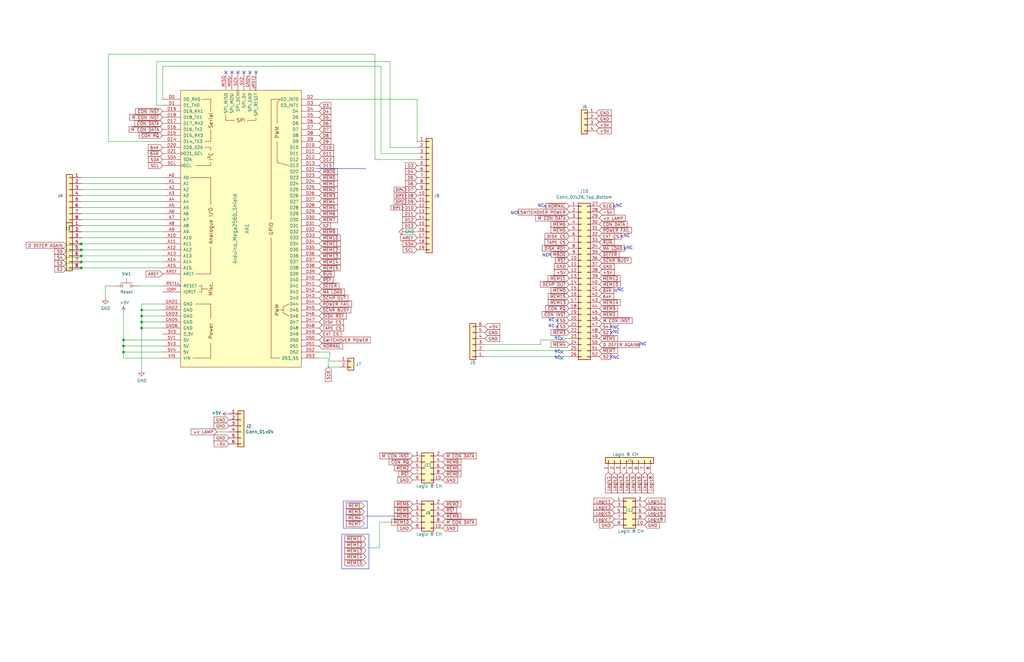
<source format=kicad_sch>
(kicad_sch (version 20230121) (generator eeschema)
  (paper "User" 431.8 279.4)
  (lib_symbols
    (symbol "Connector_Generic:Conn_01x02" (pin_names (offset 1.016) hide)
      (property "Reference" "J" (at 0 2.54 0))
      (property "Value" "Conn_01x02" (at 0 -5.08 0))
      (symbol "Conn_01x02_1_1"
        (pin passive line (at -5.08 0 0) (length 3.81) (name "Pin_1") (number "1"))
        (pin passive line (at -5.08 -2.54 0) (length 3.81) (name "Pin_2") (number "2"))
      )
    )
    (symbol "Connector_Generic:Conn_01x04" (pin_names (offset 1.016) hide)
      (property "Reference" "J" (at 0 5.08 0))
      (property "Value" "Conn_01x04" (at 0 -7.62 0))
      (symbol "Conn_01x04_1_1"
        (pin passive line (at -5.08 2.54 0) (length 3.81) (name "Pin_1") (number "1"))
        (pin passive line (at -5.08 0 0) (length 3.81) (name "Pin_2") (number "2"))
        (pin passive line (at -5.08 -2.54 0) (length 3.81) (name "Pin_3") (number "3"))
        (pin passive line (at -5.08 -5.08 0) (length 3.81) (name "Pin_4") (number "4"))
      )
    )
    (symbol "Connector_Generic:Conn_01x06" (pin_names (offset 1.016) hide)
      (property "Reference" "J" (at 0 7.62 0))
      (property "Value" "Conn_01x06" (at 0 -10.16 0))
      (symbol "Conn_01x06_1_1"
        (pin passive line (at -5.08 5.08 0) (length 3.81) (name "Pin_1") (number "1"))
        (pin passive line (at -5.08 2.54 0) (length 3.81) (name "Pin_2") (number "2"))
        (pin passive line (at -5.08 0 0) (length 3.81) (name "Pin_3") (number "3"))
        (pin passive line (at -5.08 -2.54 0) (length 3.81) (name "Pin_4") (number "4"))
        (pin passive line (at -5.08 -5.08 0) (length 3.81) (name "Pin_5") (number "5"))
        (pin passive line (at -5.08 -7.62 0) (length 3.81) (name "Pin_6") (number "6"))
      )
    )
    (symbol "Connector_Generic:Conn_01x08" (pin_names (offset 1.016) hide)
      (property "Reference" "J" (at 0 10.16 0))
      (property "Value" "Conn_01x08" (at 0 -12.7 0))
      (symbol "Conn_01x08_1_1"
        (pin passive line (at -5.08 7.62 0) (length 3.81) (name "Pin_1") (number "1"))
        (pin passive line (at -5.08 5.08 0) (length 3.81) (name "Pin_2") (number "2"))
        (pin passive line (at -5.08 2.54 0) (length 3.81) (name "Pin_3") (number "3"))
        (pin passive line (at -5.08 0 0) (length 3.81) (name "Pin_4") (number "4"))
        (pin passive line (at -5.08 -2.54 0) (length 3.81) (name "Pin_5") (number "5"))
        (pin passive line (at -5.08 -5.08 0) (length 3.81) (name "Pin_6") (number "6"))
        (pin passive line (at -5.08 -7.62 0) (length 3.81) (name "Pin_7") (number "7"))
        (pin passive line (at -5.08 -10.16 0) (length 3.81) (name "Pin_8") (number "8"))
      )
    )
    (symbol "Connector_Generic:Conn_01x19" (pin_names (offset 1.016) hide)
      (property "Reference" "J" (at 0 25.4 0))
      (property "Value" "Conn_01x19" (at 0 -25.4 0))
      (symbol "Conn_01x19_1_1"
        (pin passive line (at -5.08 22.86 0) (length 3.81) (name "Pin_1") (number "1"))
        (pin passive line (at -5.08 0 0) (length 3.81) (name "Pin_10") (number "10"))
        (pin passive line (at -5.08 -2.54 0) (length 3.81) (name "Pin_11") (number "11"))
        (pin passive line (at -5.08 -5.08 0) (length 3.81) (name "Pin_12") (number "12"))
        (pin passive line (at -5.08 -7.62 0) (length 3.81) (name "Pin_13") (number "13"))
        (pin passive line (at -5.08 -10.16 0) (length 3.81) (name "Pin_14") (number "14"))
        (pin passive line (at -5.08 -12.7 0) (length 3.81) (name "Pin_15") (number "15"))
        (pin passive line (at -5.08 -15.24 0) (length 3.81) (name "Pin_16") (number "16"))
        (pin passive line (at -5.08 -17.78 0) (length 3.81) (name "Pin_17") (number "17"))
        (pin passive line (at -5.08 -20.32 0) (length 3.81) (name "Pin_18") (number "18"))
        (pin passive line (at -5.08 -22.86 0) (length 3.81) (name "Pin_19") (number "19"))
        (pin passive line (at -5.08 20.32 0) (length 3.81) (name "Pin_2") (number "2"))
        (pin passive line (at -5.08 17.78 0) (length 3.81) (name "Pin_3") (number "3"))
        (pin passive line (at -5.08 15.24 0) (length 3.81) (name "Pin_4") (number "4"))
        (pin passive line (at -5.08 12.7 0) (length 3.81) (name "Pin_5") (number "5"))
        (pin passive line (at -5.08 10.16 0) (length 3.81) (name "Pin_6") (number "6"))
        (pin passive line (at -5.08 7.62 0) (length 3.81) (name "Pin_7") (number "7"))
        (pin passive line (at -5.08 5.08 0) (length 3.81) (name "Pin_8") (number "8"))
        (pin passive line (at -5.08 2.54 0) (length 3.81) (name "Pin_9") (number "9"))
      )
    )
    (symbol "Connector_Generic:Conn_02x05_Odd_Even" (pin_names (offset 1.016) hide)
      (property "Reference" "J" (at 1.27 7.62 0))
      (property "Value" "Conn_02x05_Odd_Even" (at 1.27 -7.62 0))
      (symbol "Conn_02x05_Odd_Even_1_1"
        (pin passive line (at -5.08 5.08 0) (length 3.81) (name "Pin_1") (number "1"))
        (pin passive line (at 7.62 -5.08 180) (length 3.81) (name "Pin_10") (number "10"))
        (pin passive line (at 7.62 5.08 180) (length 3.81) (name "Pin_2") (number "2"))
        (pin passive line (at -5.08 2.54 0) (length 3.81) (name "Pin_3") (number "3"))
        (pin passive line (at 7.62 2.54 180) (length 3.81) (name "Pin_4") (number "4"))
        (pin passive line (at -5.08 0 0) (length 3.81) (name "Pin_5") (number "5"))
        (pin passive line (at 7.62 0 180) (length 3.81) (name "Pin_6") (number "6"))
        (pin passive line (at -5.08 -2.54 0) (length 3.81) (name "Pin_7") (number "7"))
        (pin passive line (at 7.62 -2.54 180) (length 3.81) (name "Pin_8") (number "8"))
        (pin passive line (at -5.08 -5.08 0) (length 3.81) (name "Pin_9") (number "9"))
      )
    )
    (symbol "Connector_Generic:Conn_02x26_Top_Bottom" (pin_names (offset 1.016) hide)
      (property "Reference" "J" (at 1.27 33.02 0))
      (property "Value" "Conn_02x26_Top_Bottom" (at 1.27 -35.56 0))
      (symbol "Conn_02x26_Top_Bottom_1_1"
        (pin passive line (at -5.08 30.48 0) (length 3.81) (name "Pin_1") (number "1"))
        (pin passive line (at -5.08 7.62 0) (length 3.81) (name "Pin_10") (number "10"))
        (pin passive line (at -5.08 5.08 0) (length 3.81) (name "Pin_11") (number "11"))
        (pin passive line (at -5.08 2.54 0) (length 3.81) (name "Pin_12") (number "12"))
        (pin passive line (at -5.08 0 0) (length 3.81) (name "Pin_13") (number "13"))
        (pin passive line (at -5.08 -2.54 0) (length 3.81) (name "Pin_14") (number "14"))
        (pin passive line (at -5.08 -5.08 0) (length 3.81) (name "Pin_15") (number "15"))
        (pin passive line (at -5.08 -7.62 0) (length 3.81) (name "Pin_16") (number "16"))
        (pin passive line (at -5.08 -10.16 0) (length 3.81) (name "Pin_17") (number "17"))
        (pin passive line (at -5.08 -12.7 0) (length 3.81) (name "Pin_18") (number "18"))
        (pin passive line (at -5.08 -15.24 0) (length 3.81) (name "Pin_19") (number "19"))
        (pin passive line (at -5.08 27.94 0) (length 3.81) (name "Pin_2") (number "2"))
        (pin passive line (at -5.08 -17.78 0) (length 3.81) (name "Pin_20") (number "20"))
        (pin passive line (at -5.08 -20.32 0) (length 3.81) (name "Pin_21") (number "21"))
        (pin passive line (at -5.08 -22.86 0) (length 3.81) (name "Pin_22") (number "22"))
        (pin passive line (at -5.08 -25.4 0) (length 3.81) (name "Pin_23") (number "23"))
        (pin passive line (at -5.08 -27.94 0) (length 3.81) (name "Pin_24") (number "24"))
        (pin passive line (at -5.08 -30.48 0) (length 3.81) (name "Pin_25") (number "25"))
        (pin passive line (at -5.08 -33.02 0) (length 3.81) (name "Pin_26") (number "26"))
        (pin passive line (at 7.62 30.48 180) (length 3.81) (name "Pin_27") (number "27"))
        (pin passive line (at 7.62 27.94 180) (length 3.81) (name "Pin_28") (number "28"))
        (pin passive line (at 7.62 25.4 180) (length 3.81) (name "Pin_29") (number "29"))
        (pin passive line (at -5.08 25.4 0) (length 3.81) (name "Pin_3") (number "3"))
        (pin passive line (at 7.62 22.86 180) (length 3.81) (name "Pin_30") (number "30"))
        (pin passive line (at 7.62 20.32 180) (length 3.81) (name "Pin_31") (number "31"))
        (pin passive line (at 7.62 17.78 180) (length 3.81) (name "Pin_32") (number "32"))
        (pin passive line (at 7.62 15.24 180) (length 3.81) (name "Pin_33") (number "33"))
        (pin passive line (at 7.62 12.7 180) (length 3.81) (name "Pin_34") (number "34"))
        (pin passive line (at 7.62 10.16 180) (length 3.81) (name "Pin_35") (number "35"))
        (pin passive line (at 7.62 7.62 180) (length 3.81) (name "Pin_36") (number "36"))
        (pin passive line (at 7.62 5.08 180) (length 3.81) (name "Pin_37") (number "37"))
        (pin passive line (at 7.62 2.54 180) (length 3.81) (name "Pin_38") (number "38"))
        (pin passive line (at 7.62 0 180) (length 3.81) (name "Pin_39") (number "39"))
        (pin passive line (at -5.08 22.86 0) (length 3.81) (name "Pin_4") (number "4"))
        (pin passive line (at 7.62 -2.54 180) (length 3.81) (name "Pin_40") (number "40"))
        (pin passive line (at 7.62 -5.08 180) (length 3.81) (name "Pin_41") (number "41"))
        (pin passive line (at 7.62 -7.62 180) (length 3.81) (name "Pin_42") (number "42"))
        (pin passive line (at 7.62 -10.16 180) (length 3.81) (name "Pin_43") (number "43"))
        (pin passive line (at 7.62 -12.7 180) (length 3.81) (name "Pin_44") (number "44"))
        (pin passive line (at 7.62 -15.24 180) (length 3.81) (name "Pin_45") (number "45"))
        (pin passive line (at 7.62 -17.78 180) (length 3.81) (name "Pin_46") (number "46"))
        (pin passive line (at 7.62 -20.32 180) (length 3.81) (name "Pin_47") (number "47"))
        (pin passive line (at 7.62 -22.86 180) (length 3.81) (name "Pin_48") (number "48"))
        (pin passive line (at 7.62 -25.4 180) (length 3.81) (name "Pin_49") (number "49"))
        (pin passive line (at -5.08 20.32 0) (length 3.81) (name "Pin_5") (number "5"))
        (pin passive line (at 7.62 -27.94 180) (length 3.81) (name "Pin_50") (number "50"))
        (pin passive line (at 7.62 -30.48 180) (length 3.81) (name "Pin_51") (number "51"))
        (pin passive line (at 7.62 -33.02 180) (length 3.81) (name "Pin_52") (number "52"))
        (pin passive line (at -5.08 17.78 0) (length 3.81) (name "Pin_6") (number "6"))
        (pin passive line (at -5.08 15.24 0) (length 3.81) (name "Pin_7") (number "7"))
        (pin passive line (at -5.08 12.7 0) (length 3.81) (name "Pin_8") (number "8"))
        (pin passive line (at -5.08 10.16 0) (length 3.81) (name "Pin_9") (number "9"))
      )
    )
    (symbol "Switch:SW_Push" (pin_numbers hide) (pin_names (offset 1.016) hide)
      (property "Reference" "SW" (at 1.27 2.54 0))
      (property "Value" "SW_Push" (at 0 -1.524 0))
      (symbol "SW_Push_0_1"
        (pin passive line (at -5.08 0 0) (length 2.54) (name "1") (number "1"))
        (pin passive line (at 5.08 0 180) (length 2.54) (name "2") (number "2"))
      )
    )
    (symbol "arduino:Arduino_Mega2560_Shield" (pin_names (offset 1.016))
      (property "Reference" "XA" (at 2.54 0 90))
      (property "Value" "Arduino_Mega2560_Shield" (at -2.54 0 90))
      (symbol "Arduino_Mega2560_Shield_0_0"
        (text "Analogue I/O" (at -12.7 1.27 900) (effects (font (size 1.524 1.524))))
        (text "I²C" (at -12.7 30.48 900) (effects (font (size 1.524 1.524))))
        (text "Misc." (at -12.7 -25.4 900) (effects (font (size 1.524 1.524))))
        (text "Power" (at -12.7 -43.18 900) (effects (font (size 1.524 1.524))))
        (text "PWM" (at 15.24 -34.29 900) (effects (font (size 1.524 1.524))))
        (text "PWM" (at 15.24 40.64 900) (effects (font (size 1.524 1.524))))
        (text "Serial" (at -12.7 45.72 900) (effects (font (size 1.524 1.524))))
        (text "SPI" (at 0 45.72 0) (effects (font (size 1.524 1.524))))
      )
      (symbol "Arduino_Mega2560_Shield_1_0"
        (text "GPIO" (at 12.7 0 900) (effects (font (size 1.524 1.524))))
      )
      (symbol "Arduino_Mega2560_Shield_1_1"
        (pin power_in line (at -33.02 -44.45 0) (length 7.62) (name "3.3V") (number "3V3"))
        (pin power_in line (at -33.02 -46.99 0) (length 7.62) (name "5V") (number "5V1"))
        (pin power_in line (at 1.27 66.04 270) (length 7.62) (name "SPI_5V") (number "5V2"))
        (pin power_in line (at -33.02 -49.53 0) (length 7.62) (name "5V") (number "5V3"))
        (pin power_in line (at -33.02 -52.07 0) (length 7.62) (name "5V") (number "5V4"))
        (pin bidirectional line (at -33.02 21.59 0) (length 7.62) (name "A0") (number "A0"))
        (pin bidirectional line (at -33.02 19.05 0) (length 7.62) (name "A1") (number "A1"))
        (pin bidirectional line (at -33.02 -3.81 0) (length 7.62) (name "A10") (number "A10"))
        (pin bidirectional line (at -33.02 -6.35 0) (length 7.62) (name "A11") (number "A11"))
        (pin bidirectional line (at -33.02 -8.89 0) (length 7.62) (name "A12") (number "A12"))
        (pin bidirectional line (at -33.02 -11.43 0) (length 7.62) (name "A13") (number "A13"))
        (pin bidirectional line (at -33.02 -13.97 0) (length 7.62) (name "A14") (number "A14"))
        (pin bidirectional line (at -33.02 -16.51 0) (length 7.62) (name "A15") (number "A15"))
        (pin bidirectional line (at -33.02 16.51 0) (length 7.62) (name "A2") (number "A2"))
        (pin bidirectional line (at -33.02 13.97 0) (length 7.62) (name "A3") (number "A3"))
        (pin bidirectional line (at -33.02 11.43 0) (length 7.62) (name "A4") (number "A4"))
        (pin bidirectional line (at -33.02 8.89 0) (length 7.62) (name "A5") (number "A5"))
        (pin bidirectional line (at -33.02 6.35 0) (length 7.62) (name "A6") (number "A6"))
        (pin bidirectional line (at -33.02 3.81 0) (length 7.62) (name "A7") (number "A7"))
        (pin bidirectional line (at -33.02 1.27 0) (length 7.62) (name "A8") (number "A8"))
        (pin bidirectional line (at -33.02 -1.27 0) (length 7.62) (name "A9") (number "A9"))
        (pin input line (at -33.02 -19.05 0) (length 7.62) (name "AREF") (number "AREF"))
        (pin bidirectional line (at -33.02 54.61 0) (length 7.62) (name "D0_RX0") (number "D0"))
        (pin bidirectional line (at -33.02 52.07 0) (length 7.62) (name "D1_TX0") (number "D1"))
        (pin bidirectional line (at 33.02 34.29 180) (length 7.62) (name "D10") (number "D10"))
        (pin bidirectional line (at 33.02 31.75 180) (length 7.62) (name "D11") (number "D11"))
        (pin bidirectional line (at 33.02 29.21 180) (length 7.62) (name "D12") (number "D12"))
        (pin bidirectional line (at 33.02 26.67 180) (length 7.62) (name "D13") (number "D13"))
        (pin bidirectional line (at -33.02 36.83 0) (length 7.62) (name "D14_TX3") (number "D14"))
        (pin bidirectional line (at -33.02 39.37 0) (length 7.62) (name "D15_RX3") (number "D15"))
        (pin bidirectional line (at -33.02 41.91 0) (length 7.62) (name "D16_TX2") (number "D16"))
        (pin bidirectional line (at -33.02 44.45 0) (length 7.62) (name "D17_RX2") (number "D17"))
        (pin bidirectional line (at -33.02 46.99 0) (length 7.62) (name "D18_TX1") (number "D18"))
        (pin bidirectional line (at -33.02 49.53 0) (length 7.62) (name "D19_RX1") (number "D19"))
        (pin bidirectional line (at 33.02 54.61 180) (length 7.62) (name "D2_INT0") (number "D2"))
        (pin bidirectional line (at -33.02 34.29 0) (length 7.62) (name "D20_SDA") (number "D20"))
        (pin bidirectional clock (at -33.02 31.75 0) (length 7.62) (name "D21_SCL") (number "D21"))
        (pin bidirectional line (at 33.02 24.13 180) (length 7.62) (name "D22") (number "D22"))
        (pin bidirectional line (at 33.02 21.59 180) (length 7.62) (name "D23") (number "D23"))
        (pin bidirectional line (at 33.02 19.05 180) (length 7.62) (name "D24") (number "D24"))
        (pin bidirectional line (at 33.02 16.51 180) (length 7.62) (name "D25") (number "D25"))
        (pin bidirectional line (at 33.02 13.97 180) (length 7.62) (name "D26") (number "D26"))
        (pin bidirectional line (at 33.02 11.43 180) (length 7.62) (name "D27") (number "D27"))
        (pin bidirectional line (at 33.02 8.89 180) (length 7.62) (name "D28") (number "D28"))
        (pin bidirectional line (at 33.02 6.35 180) (length 7.62) (name "D29") (number "D29"))
        (pin bidirectional line (at 33.02 52.07 180) (length 7.62) (name "D3_INT1") (number "D3"))
        (pin bidirectional line (at 33.02 3.81 180) (length 7.62) (name "D30") (number "D30"))
        (pin bidirectional line (at 33.02 1.27 180) (length 7.62) (name "D31") (number "D31"))
        (pin bidirectional line (at 33.02 -1.27 180) (length 7.62) (name "D32") (number "D32"))
        (pin bidirectional line (at 33.02 -3.81 180) (length 7.62) (name "D33") (number "D33"))
        (pin bidirectional line (at 33.02 -6.35 180) (length 7.62) (name "D34") (number "D34"))
        (pin bidirectional line (at 33.02 -8.89 180) (length 7.62) (name "D35") (number "D35"))
        (pin bidirectional line (at 33.02 -11.43 180) (length 7.62) (name "D36") (number "D36"))
        (pin bidirectional line (at 33.02 -13.97 180) (length 7.62) (name "D37") (number "D37"))
        (pin bidirectional line (at 33.02 -16.51 180) (length 7.62) (name "D38") (number "D38"))
        (pin bidirectional line (at 33.02 -19.05 180) (length 7.62) (name "D39") (number "D39"))
        (pin bidirectional line (at 33.02 49.53 180) (length 7.62) (name "D4") (number "D4"))
        (pin bidirectional line (at 33.02 -21.59 180) (length 7.62) (name "D40") (number "D40"))
        (pin bidirectional line (at 33.02 -24.13 180) (length 7.62) (name "D41") (number "D41"))
        (pin bidirectional line (at 33.02 -26.67 180) (length 7.62) (name "D42") (number "D42"))
        (pin bidirectional line (at 33.02 -29.21 180) (length 7.62) (name "D43") (number "D43"))
        (pin bidirectional line (at 33.02 -31.75 180) (length 7.62) (name "D44") (number "D44"))
        (pin bidirectional line (at 33.02 -34.29 180) (length 7.62) (name "D45") (number "D45"))
        (pin bidirectional line (at 33.02 -36.83 180) (length 7.62) (name "D46") (number "D46"))
        (pin bidirectional line (at 33.02 -39.37 180) (length 7.62) (name "D47") (number "D47"))
        (pin bidirectional line (at 33.02 -41.91 180) (length 7.62) (name "D48") (number "D48"))
        (pin bidirectional line (at 33.02 -44.45 180) (length 7.62) (name "D49") (number "D49"))
        (pin bidirectional line (at 33.02 46.99 180) (length 7.62) (name "D5") (number "D5"))
        (pin bidirectional line (at 33.02 -46.99 180) (length 7.62) (name "D50") (number "D50"))
        (pin bidirectional line (at 33.02 -49.53 180) (length 7.62) (name "D51") (number "D51"))
        (pin bidirectional line (at 33.02 -52.07 180) (length 7.62) (name "D52") (number "D52"))
        (pin bidirectional line (at 33.02 -54.61 180) (length 7.62) (name "D53_SS") (number "D53"))
        (pin bidirectional line (at 33.02 44.45 180) (length 7.62) (name "D6") (number "D6"))
        (pin bidirectional line (at 33.02 41.91 180) (length 7.62) (name "D7") (number "D7"))
        (pin bidirectional line (at 33.02 39.37 180) (length 7.62) (name "D8") (number "D8"))
        (pin bidirectional line (at 33.02 36.83 180) (length 7.62) (name "D9") (number "D9"))
        (pin power_in line (at -33.02 -31.75 0) (length 7.62) (name "GND") (number "GND1"))
        (pin power_in line (at -33.02 -34.29 0) (length 7.62) (name "GND") (number "GND2"))
        (pin power_in line (at -33.02 -36.83 0) (length 7.62) (name "GND") (number "GND3"))
        (pin power_in line (at 3.81 66.04 270) (length 7.62) (name "SPI_GND") (number "GND4"))
        (pin power_in line (at -33.02 -39.37 0) (length 7.62) (name "GND") (number "GND5"))
        (pin power_in line (at -33.02 -41.91 0) (length 7.62) (name "GND") (number "GND6"))
        (pin output line (at -33.02 -26.67 0) (length 7.62) (name "IOREF") (number "IORF"))
        (pin input line (at -6.35 66.04 270) (length 7.62) (name "SPI_MISO") (number "MISO"))
        (pin output line (at -3.81 66.04 270) (length 7.62) (name "SPI_MOSI") (number "MOSI"))
        (pin open_collector input_low (at -33.02 -24.13 0) (length 7.62) (name "RESET") (number "RST1"))
        (pin open_collector input_low (at 6.35 66.04 270) (length 7.62) (name "SPI_RESET") (number "RST2"))
        (pin output clock (at -1.27 66.04 270) (length 7.62) (name "SPI_SCK") (number "SCK"))
        (pin bidirectional clock (at -33.02 26.67 0) (length 7.62) (name "SCL") (number "SCL"))
        (pin bidirectional line (at -33.02 29.21 0) (length 7.62) (name "SDA") (number "SDA"))
        (pin power_in line (at -33.02 -54.61 0) (length 7.62) (name "VIN") (number "VIN"))
      )
    )
    (symbol "power:+5V" (power) (pin_names (offset 0))
      (property "Value" "+5V" (at 0 3.556 0))
      (symbol "+5V_1_1"
        (pin power_in line (at 0 0 90) (length 0) hide (name "+5V") (number "1"))
      )
    )
    (symbol "power:GND" (power) (pin_names (offset 0))
      (property "Value" "GND" (at 0 -3.81 0))
      (symbol "GND_1_1"
        (pin power_in line (at 0 0 270) (length 0) hide (name "GND") (number "1"))
      )
    )
  )
  (junction (at 59.69 133.35))
  (junction (at 52.07 148.59))
  (junction (at 52.07 143.51))
  (junction (at 34.29 107.95))
  (junction (at 34.29 110.49))
  (junction (at 59.69 138.43))
  (junction (at 34.29 113.03))
  (junction (at 52.07 146.05))
  (junction (at 34.29 105.41))
  (junction (at 59.69 135.89))
  (junction (at 34.29 102.87))
  (junction (at 59.69 130.81))
  (no_connect (at 257.81 140.335))
  (no_connect (at 257.81 150.495))
  (no_connect (at 218.44 89.535))
  (no_connect (at 107.95 30.48))
  (no_connect (at 257.81 137.795))
  (no_connect (at 259.715 122.555))
  (no_connect (at 262.255 99.695))
  (no_connect (at 236.855 142.875))
  (no_connect (at 231.775 107.315))
  (no_connect (at 234.95 135.255))
  (no_connect (at 259.08 86.995))
  (no_connect (at 236.855 148.59))
  (no_connect (at 234.95 137.795))
  (no_connect (at 102.87 30.48))
  (no_connect (at 105.41 30.48))
  (no_connect (at 97.79 30.48))
  (no_connect (at 100.33 30.48))
  (no_connect (at 263.525 104.775))
  (no_connect (at 269.24 145.415))
  (no_connect (at 236.855 151.13))
  (no_connect (at 95.25 30.48))
  (no_connect (at 229.87 86.995))
  (wire (pts (xy 34.29 82.55) (xy 68.58 82.55)))
  (wire (pts (xy 68.58 44.45) (xy 66.04 44.45)))
  (wire (pts (xy 34.29 92.71) (xy 68.58 92.71)))
  (wire (pts (xy 66.04 26.035) (xy 164.465 26.035)))
  (wire (pts (xy 52.07 146.05) (xy 52.07 143.51)))
  (wire (pts (xy 68.58 151.13) (xy 52.07 151.13)))
  (wire (pts (xy 142.875 154.94) (xy 138.43 154.94)))
  (wire (pts (xy 34.29 105.41) (xy 34.29 106.045)))
  (wire (pts (xy 59.69 133.35) (xy 59.69 130.81)))
  (wire (pts (xy 34.29 90.17) (xy 68.58 90.17)))
  (wire (pts (xy 68.58 143.51) (xy 52.07 143.51)))
  (wire (pts (xy 175.895 41.91) (xy 175.895 59.69)))
  (wire (pts (xy 34.29 107.95) (xy 34.29 108.585)))
  (wire (pts (xy 158.115 22.86) (xy 158.115 67.31)))
  (wire (pts (xy 34.29 103.505) (xy 27.94 103.505)))
  (wire (pts (xy 68.58 146.05) (xy 52.07 146.05)))
  (wire (pts (xy 34.29 100.33) (xy 68.58 100.33)))
  (wire (pts (xy 240.03 142.875) (xy 238.125 142.875)))
  (wire (pts (xy 34.29 87.63) (xy 68.58 87.63)))
  (wire (pts (xy 91.44 182.245) (xy 96.52 182.245)))
  (wire (pts (xy 134.62 41.91) (xy 175.895 41.91)))
  (wire (pts (xy 139.065 152.4) (xy 142.875 152.4)))
  (wire (pts (xy 68.58 148.59) (xy 52.07 148.59)))
  (wire (pts (xy 34.29 113.665) (xy 27.94 113.665)))
  (wire (pts (xy 34.29 111.125) (xy 27.94 111.125)))
  (wire (pts (xy 34.29 113.03) (xy 34.29 113.665)))
  (wire (pts (xy 204.47 147.955) (xy 240.03 147.955)))
  (wire (pts (xy 34.29 106.045) (xy 27.94 106.045)))
  (wire (pts (xy 34.29 97.79) (xy 68.58 97.79)))
  (wire (pts (xy 34.29 105.41) (xy 68.58 105.41)))
  (wire (pts (xy 34.29 80.01) (xy 68.58 80.01)))
  (wire (pts (xy 160.02 220.345) (xy 160.02 231.14)))
  (wire (pts (xy 68.58 41.91) (xy 68.58 27.94)))
  (wire (pts (xy 160.655 64.77) (xy 175.895 64.77)))
  (wire (pts (xy 164.465 62.23) (xy 175.895 62.23)))
  (wire (pts (xy 34.29 110.49) (xy 68.58 110.49)))
  (wire (pts (xy 52.07 148.59) (xy 52.07 146.05)))
  (wire (pts (xy 52.07 151.13) (xy 52.07 148.59)))
  (wire (pts (xy 164.465 26.035) (xy 164.465 62.23)))
  (wire (pts (xy 138.43 154.94) (xy 138.43 151.13)))
  (wire (pts (xy 155.575 231.14) (xy 160.02 231.14)))
  (wire (pts (xy 34.29 107.95) (xy 68.58 107.95)))
  (wire (pts (xy 59.69 138.43) (xy 59.69 135.89)))
  (wire (pts (xy 34.29 108.585) (xy 27.94 108.585)))
  (wire (pts (xy 170.815 97.79) (xy 175.895 97.79)))
  (wire (pts (xy 238.125 142.875) (xy 238.125 143.51)))
  (wire (pts (xy 34.29 74.93) (xy 68.58 74.93)))
  (wire (pts (xy 34.29 102.87) (xy 68.58 102.87)))
  (wire (pts (xy 139.065 152.4) (xy 139.065 148.59)))
  (wire (pts (xy 66.04 44.45) (xy 66.04 26.035)))
  (wire (pts (xy 238.125 143.51) (xy 227.965 143.51)))
  (wire (pts (xy 34.29 113.03) (xy 68.58 113.03)))
  (wire (pts (xy 158.115 67.31) (xy 175.895 67.31)))
  (wire (pts (xy 52.07 143.51) (xy 52.07 132.08)))
  (wire (pts (xy 59.69 128.27) (xy 68.58 128.27)))
  (wire (pts (xy 227.965 143.51) (xy 227.965 145.415)))
  (wire (pts (xy 44.45 120.65) (xy 48.26 120.65)))
  (wire (pts (xy 45.72 22.86) (xy 158.115 22.86)))
  (wire (pts (xy 139.065 148.59) (xy 134.62 148.59)))
  (wire (pts (xy 68.58 133.35) (xy 59.69 133.35)))
  (wire (pts (xy 227.965 145.415) (xy 204.47 145.415)))
  (wire (pts (xy 59.69 156.21) (xy 59.69 138.43)))
  (wire (pts (xy 34.29 110.49) (xy 34.29 111.125)))
  (wire (pts (xy 68.58 138.43) (xy 59.69 138.43)))
  (wire (pts (xy 138.43 151.13) (xy 134.62 151.13)))
  (wire (pts (xy 68.58 130.81) (xy 59.69 130.81)))
  (wire (pts (xy 68.58 135.89) (xy 59.69 135.89)))
  (wire (pts (xy 44.45 125.73) (xy 44.45 120.65)))
  (wire (pts (xy 160.02 220.345) (xy 165.735 220.345)))
  (wire (pts (xy 160.655 27.94) (xy 160.655 64.77)))
  (wire (pts (xy 34.29 77.47) (xy 68.58 77.47)))
  (wire (pts (xy 68.58 59.69) (xy 45.72 59.69)))
  (wire (pts (xy 34.29 95.25) (xy 68.58 95.25)))
  (wire (pts (xy 34.29 102.87) (xy 34.29 103.505)))
  (wire (pts (xy 59.69 130.81) (xy 59.69 128.27)))
  (wire (pts (xy 34.29 85.09) (xy 68.58 85.09)))
  (wire (pts (xy 58.42 120.65) (xy 68.58 120.65)))
  (wire (pts (xy 45.72 22.86) (xy 45.72 59.69)))
  (wire (pts (xy 68.58 27.94) (xy 160.655 27.94)))
  (wire (pts (xy 204.47 150.495) (xy 240.03 150.495)))
  (wire (pts (xy 59.69 135.89) (xy 59.69 133.35)))
  (rectangle (start 144.78 211.455) (end 154.94 222.885))
  (rectangle (start 154.305 217.805) (end 167.005 217.805))
  (rectangle (start 144.145 225.425) (end 155.575 240.03))
  (rectangle (start 133.35 71.12) (end 154.305 71.12))
  (text "NC" (at 233.68 151.765 0) (effects (font (size 1.27 1.27)) (justify left bottom)))
  (text "NC" (at 231.14 138.43 0) (effects (font (size 1.27 1.27)) (justify left bottom)))
  (text "NC" (at 260.35 123.19 0) (effects (font (size 1.27 1.27)) (justify left bottom)))
  (text "NC" (at 231.14 135.89 0) (effects (font (size 1.27 1.27)) (justify left bottom)))
  (text "NC" (at 228.6 108.585 0) (effects (font (size 1.27 1.27)) (justify left bottom)))
  (text "NC" (at 233.68 149.225 0) (effects (font (size 1.27 1.27)) (justify left bottom)))
  (text "NC" (at 259.715 87.63 0) (effects (font (size 1.27 1.27)) (justify left bottom)))
  (text "NC" (at 258.445 139.065 0) (effects (font (size 1.27 1.27)) (justify left bottom)))
  (text "NC" (at 233.68 143.51 0) (effects (font (size 1.27 1.27)) (justify left bottom)))
  (text "NC" (at 269.875 146.05 0) (effects (font (size 1.27 1.27)) (justify left bottom)))
  (text "NC" (at 262.89 100.33 0) (effects (font (size 1.27 1.27)) (justify left bottom)))
  (text "NC" (at 258.445 140.97 0) (effects (font (size 1.27 1.27)) (justify left bottom)))
  (text "NC" (at 258.445 151.765 0) (effects (font (size 1.27 1.27)) (justify left bottom)))
  (text "NC" (at 226.695 87.63 0) (effects (font (size 1.27 1.27)) (justify left bottom)))
  (text "NC" (at 264.16 105.41 0) (effects (font (size 1.27 1.27)) (justify left bottom)))
  (text "NC" (at 215.265 90.805 0) (effects (font (size 1.27 1.27)) (justify left bottom)))
  (global_label "~{MEM10}" (shape input) (at 134.62 100.33 0) (property "Intersheetrefs" "${INTERSHEET_REFS}" (effects hide)))
  (global_label "~{M CON INST}" (shape input) (at 173.99 192.405 180) (property "Intersheetrefs" "${INTERSHEET_REFS}" (effects hide)))
  (global_label "D10" (shape input) (at 134.62 62.23 0) (property "Intersheetrefs" "${INTERSHEET_REFS}" (effects hide)))
  (global_label "~{MEM15}" (shape input) (at 240.03 125.095 180) (property "Intersheetrefs" "${INTERSHEET_REFS}" (effects hide)))
  (global_label "S5" (shape input) (at 240.03 135.255 180) (property "Intersheetrefs" "${INTERSHEET_REFS}" (effects hide)))
  (global_label "~{RST}" (shape input) (at 186.69 215.265 0) (property "Intersheetrefs" "${INTERSHEET_REFS}" (effects hide)))
  (global_label "~{DCHP OUT}" (shape input) (at 134.62 125.73 0) (property "Intersheetrefs" "${INTERSHEET_REFS}" (effects hide)))
  (global_label "~{MA LOAD}" (shape input) (at 252.73 104.775 0) (property "Intersheetrefs" "${INTERSHEET_REFS}" (effects hide)))
  (global_label "S10" (shape input) (at 252.73 86.995 0) (property "Intersheetrefs" "${INTERSHEET_REFS}" (effects hide)))
  (global_label "~{MEM0}" (shape input) (at 240.03 122.555 180) (property "Intersheetrefs" "${INTERSHEET_REFS}" (effects hide)))
  (global_label "Logic8" (shape input) (at 271.78 219.075 0) (property "Intersheetrefs" "${INTERSHEET_REFS}" (effects hide)))
  (global_label "~{DEFER}" (shape input) (at 252.73 107.315 0) (property "Intersheetrefs" "${INTERSHEET_REFS}" (effects hide)))
  (global_label "D DEFER AGAIN" (shape input) (at 27.94 103.505 180) (property "Intersheetrefs" "${INTERSHEET_REFS}" (effects hide)))
  (global_label "~{MEM7}" (shape input) (at 134.62 92.71 0) (property "Intersheetrefs" "${INTERSHEET_REFS}" (effects hide)))
  (global_label "GND" (shape input) (at 96.52 184.785 180) (property "Intersheetrefs" "${INTERSHEET_REFS}" (effects hide)))
  (global_label "D7" (shape input) (at 134.62 54.61 0) (property "Intersheetrefs" "${INTERSHEET_REFS}" (effects hide)))
  (global_label "~{CON RQ}" (shape input) (at 173.99 194.945 180) (property "Intersheetrefs" "${INTERSHEET_REFS}" (effects hide)))
  (global_label "~{MEM0}" (shape input) (at 134.62 74.93 0) (property "Intersheetrefs" "${INTERSHEET_REFS}" (effects hide)))
  (global_label "+V LAMP" (shape input) (at 252.73 92.075 0) (property "Intersheetrefs" "${INTERSHEET_REFS}" (effects hide)))
  (global_label "~{MEM12}" (shape input) (at 252.73 117.475 0) (property "Intersheetrefs" "${INTERSHEET_REFS}" (effects hide)))
  (global_label "+5V" (shape input) (at 251.46 55.245 0) (property "Intersheetrefs" "${INTERSHEET_REFS}" (effects hide)))
  (global_label "GND" (shape input) (at 252.73 112.395 0) (property "Intersheetrefs" "${INTERSHEET_REFS}" (effects hide)))
  (global_label "~{M CON DATA}" (shape input) (at 240.03 92.075 180) (property "Intersheetrefs" "${INTERSHEET_REFS}" (effects hide)))
  (global_label "~{CON INST}" (shape input) (at 240.03 132.715 180) (property "Intersheetrefs" "${INTERSHEET_REFS}" (effects hide)))
  (global_label "~{MEM1}" (shape input) (at 252.73 142.875 0) (property "Intersheetrefs" "${INTERSHEET_REFS}" (effects hide)))
  (global_label "D3" (shape input) (at 175.895 69.85 180) (property "Intersheetrefs" "${INTERSHEET_REFS}" (effects hide)))
  (global_label "~{MEM0}" (shape input) (at 186.69 200.025 0) (property "Intersheetrefs" "${INTERSHEET_REFS}" (effects hide)))
  (global_label "~{DEFER}" (shape input) (at 134.62 120.65 0) (property "Intersheetrefs" "${INTERSHEET_REFS}" (effects hide)))
  (global_label "~{RUN}" (shape input) (at 252.73 102.235 0) (property "Intersheetrefs" "${INTERSHEET_REFS}" (effects hide)))
  (global_label "~{MEM13}" (shape input) (at 240.03 127.635 180) (property "Intersheetrefs" "${INTERSHEET_REFS}" (effects hide)))
  (global_label "Logic7" (shape input) (at 259.08 219.075 180) (property "Intersheetrefs" "${INTERSHEET_REFS}" (effects hide)))
  (global_label "~{MA LOAD}" (shape input) (at 134.62 123.19 0) (property "Intersheetrefs" "${INTERSHEET_REFS}" (effects hide)))
  (global_label "TAPE CS" (shape input) (at 240.03 102.235 180) (property "Intersheetrefs" "${INTERSHEET_REFS}" (effects hide)))
  (global_label "Logic8" (shape input) (at 274.32 199.39 270) (property "Intersheetrefs" "${INTERSHEET_REFS}" (effects hide)))
  (global_label "~{MEM5}" (shape input) (at 134.62 87.63 0) (property "Intersheetrefs" "${INTERSHEET_REFS}" (effects hide)))
  (global_label "GND" (shape input) (at 251.46 50.165 0) (property "Intersheetrefs" "${INTERSHEET_REFS}" (effects hide)))
  (global_label "~{M CON DATA}" (shape input) (at 186.69 220.345 0) (property "Intersheetrefs" "${INTERSHEET_REFS}" (effects hide)))
  (global_label "~{RUN}" (shape input) (at 134.62 115.57 0) (property "Intersheetrefs" "${INTERSHEET_REFS}" (effects hide)))
  (global_label "~{MEM14}" (shape input) (at 134.62 110.49 0) (property "Intersheetrefs" "${INTERSHEET_REFS}" (effects hide)))
  (global_label "~{MEM6}" (shape input) (at 240.03 94.615 180) (property "Intersheetrefs" "${INTERSHEET_REFS}" (effects hide)))
  (global_label "Logic1" (shape input) (at 259.08 211.455 180) (property "Intersheetrefs" "${INTERSHEET_REFS}" (effects hide)))
  (global_label "AREF" (shape input) (at 175.895 100.33 180) (property "Intersheetrefs" "${INTERSHEET_REFS}" (effects hide)))
  (global_label "~{MEM1}" (shape input) (at 153.67 213.36 180) (property "Intersheetrefs" "${INTERSHEET_REFS}" (effects hide)))
  (global_label "~{MEM6}" (shape input) (at 134.62 90.17 0) (property "Intersheetrefs" "${INTERSHEET_REFS}" (effects hide)))
  (global_label "~{POWER FAIL}" (shape input) (at 252.73 97.155 0) (property "Intersheetrefs" "${INTERSHEET_REFS}" (effects hide)))
  (global_label "SDA" (shape input) (at 175.895 102.87 180) (property "Intersheetrefs" "${INTERSHEET_REFS}" (effects hide)))
  (global_label "S5" (shape input) (at 27.94 106.045 180) (property "Intersheetrefs" "${INTERSHEET_REFS}" (effects hide)))
  (global_label "D11" (shape input) (at 134.62 64.77 0) (property "Intersheetrefs" "${INTERSHEET_REFS}" (effects hide)))
  (global_label "S3" (shape input) (at 240.03 137.795 180) (property "Intersheetrefs" "${INTERSHEET_REFS}" (effects hide)))
  (global_label "~{MEM6}" (shape input) (at 173.99 212.725 180) (property "Intersheetrefs" "${INTERSHEET_REFS}" (effects hide)))
  (global_label "S2" (shape input) (at 252.73 140.335 0) (property "Intersheetrefs" "${INTERSHEET_REFS}" (effects hide)))
  (global_label "GND" (shape input) (at 173.99 202.565 180) (property "Intersheetrefs" "${INTERSHEET_REFS}" (effects hide)))
  (global_label "~{MEM9}" (shape input) (at 186.69 217.805 0) (property "Intersheetrefs" "${INTERSHEET_REFS}" (effects hide)))
  (global_label "~{MEM7}" (shape input) (at 252.73 147.955 0) (property "Intersheetrefs" "${INTERSHEET_REFS}" (effects hide)))
  (global_label "~{POWER FAIL}" (shape input) (at 134.62 128.27 0) (property "Intersheetrefs" "${INTERSHEET_REFS}" (effects hide)))
  (global_label "~{MEM6}" (shape input) (at 186.69 194.945 0) (property "Intersheetrefs" "${INTERSHEET_REFS}" (effects hide)))
  (global_label "64K" (shape input) (at 68.58 62.23 180) (property "Intersheetrefs" "${INTERSHEET_REFS}" (effects hide)))
  (global_label "SCL" (shape input) (at 175.895 105.41 180) (property "Intersheetrefs" "${INTERSHEET_REFS}" (effects hide)))
  (global_label "D4" (shape input) (at 134.62 46.99 0) (property "Intersheetrefs" "${INTERSHEET_REFS}" (effects hide)))
  (global_label "D10" (shape input) (at 175.895 87.63 180) (property "Intersheetrefs" "${INTERSHEET_REFS}" (effects hide)))
  (global_label "GND" (shape input) (at 96.52 179.705 180) (property "Intersheetrefs" "${INTERSHEET_REFS}" (effects hide)))
  (global_label "S2" (shape input) (at 27.94 113.665 180) (property "Intersheetrefs" "${INTERSHEET_REFS}" (effects hide)))
  (global_label "GND" (shape input) (at 259.08 221.615 180) (property "Intersheetrefs" "${INTERSHEET_REFS}" (effects hide)))
  (global_label "~{MBO0}" (shape input) (at 134.62 72.39 0) (property "Intersheetrefs" "${INTERSHEET_REFS}" (effects hide)))
  (global_label "~{MEM9}" (shape input) (at 134.62 97.79 0) (property "Intersheetrefs" "${INTERSHEET_REFS}" (effects hide)))
  (global_label "D11" (shape input) (at 175.895 90.17 180) (property "Intersheetrefs" "${INTERSHEET_REFS}" (effects hide)))
  (global_label "~{MEM2}" (shape input) (at 173.99 197.485 180) (property "Intersheetrefs" "${INTERSHEET_REFS}" (effects hide)))
  (global_label "S4" (shape input) (at 27.94 108.585 180) (property "Intersheetrefs" "${INTERSHEET_REFS}" (effects hide)))
  (global_label "D9" (shape input) (at 175.895 85.09 180) (property "Intersheetrefs" "${INTERSHEET_REFS}" (effects hide)))
  (global_label "~{CON RQ}" (shape input) (at 68.58 57.15 180) (property "Intersheetrefs" "${INTERSHEET_REFS}" (effects hide)))
  (global_label "D5" (shape input) (at 175.895 74.93 180) (property "Intersheetrefs" "${INTERSHEET_REFS}" (effects hide)))
  (global_label "DISK CS" (shape input) (at 240.03 99.695 180) (property "Intersheetrefs" "${INTERSHEET_REFS}" (effects hide)))
  (global_label "52" (shape input) (at 134.62 95.25 0) (property "Intersheetrefs" "${INTERSHEET_REFS}" (effects hide)))
  (global_label "~{CON DATA}" (shape input) (at 252.73 94.615 0) (property "Intersheetrefs" "${INTERSHEET_REFS}" (effects hide)))
  (global_label "+5V" (shape input) (at 204.47 137.795 0) (property "Intersheetrefs" "${INTERSHEET_REFS}" (effects hide)))
  (global_label "~{SCNR BUSY}" (shape input) (at 252.73 109.855 0) (property "Intersheetrefs" "${INTERSHEET_REFS}" (effects hide)))
  (global_label "S4" (shape input) (at 252.73 137.795 0) (property "Intersheetrefs" "${INTERSHEET_REFS}" (effects hide)))
  (global_label "~{MEM14}" (shape input) (at 252.73 127.635 0) (property "Intersheetrefs" "${INTERSHEET_REFS}" (effects hide)))
  (global_label "D9" (shape input) (at 134.62 59.69 0) (property "Intersheetrefs" "${INTERSHEET_REFS}" (effects hide)))
  (global_label "~{MEM13}" (shape input) (at 154.305 232.41 180) (property "Intersheetrefs" "${INTERSHEET_REFS}" (effects hide)))
  (global_label "~{MEM14}" (shape input) (at 154.305 234.95 180) (property "Intersheetrefs" "${INTERSHEET_REFS}" (effects hide)))
  (global_label "D DEFER AGAIN" (shape input) (at 252.73 145.415 0) (property "Intersheetrefs" "${INTERSHEET_REFS}" (effects hide)))
  (global_label "~{DCHP OUT}" (shape input) (at 240.03 120.015 180) (property "Intersheetrefs" "${INTERSHEET_REFS}" (effects hide)))
  (global_label "DISK CS" (shape input) (at 134.62 135.89 0) (property "Intersheetrefs" "${INTERSHEET_REFS}" (effects hide)))
  (global_label "GND" (shape input) (at 186.69 202.565 0) (property "Intersheetrefs" "${INTERSHEET_REFS}" (effects hide)))
  (global_label "64K" (shape input) (at 252.73 125.095 0) (property "Intersheetrefs" "${INTERSHEET_REFS}" (effects hide)))
  (global_label "D13" (shape input) (at 175.895 95.25 180) (property "Intersheetrefs" "${INTERSHEET_REFS}" (effects hide)))
  (global_label "GND" (shape input) (at 186.69 222.885 0) (property "Intersheetrefs" "${INTERSHEET_REFS}" (effects hide)))
  (global_label "~{CON RQ}" (shape input) (at 240.03 130.175 180) (property "Intersheetrefs" "${INTERSHEET_REFS}" (effects hide)))
  (global_label "GND" (shape input) (at 251.46 47.625 0) (property "Intersheetrefs" "${INTERSHEET_REFS}" (effects hide)))
  (global_label "~{MEM0}" (shape input) (at 173.99 217.805 180) (property "Intersheetrefs" "${INTERSHEET_REFS}" (effects hide)))
  (global_label "GND" (shape input) (at 204.47 140.335 0) (property "Intersheetrefs" "${INTERSHEET_REFS}" (effects hide)))
  (global_label "~{MEM3}" (shape input) (at 134.62 82.55 0) (property "Intersheetrefs" "${INTERSHEET_REFS}" (effects hide)))
  (global_label "+5V" (shape input) (at 251.46 52.705 0) (property "Intersheetrefs" "${INTERSHEET_REFS}" (effects hide)))
  (global_label "Logic4" (shape input) (at 264.16 199.39 270) (property "Intersheetrefs" "${INTERSHEET_REFS}" (effects hide)))
  (global_label "~{CON INST}" (shape input) (at 68.58 46.99 180) (property "Intersheetrefs" "${INTERSHEET_REFS}" (effects hide)))
  (global_label "~{64K}" (shape input) (at 252.73 122.555 0) (property "Intersheetrefs" "${INTERSHEET_REFS}" (effects hide)))
  (global_label "EXT CS" (shape input) (at 252.73 99.695 0) (property "Intersheetrefs" "${INTERSHEET_REFS}" (effects hide)))
  (global_label "~{CON DATA}" (shape input) (at 68.58 52.07 180) (property "Intersheetrefs" "${INTERSHEET_REFS}" (effects hide)))
  (global_label "DIP3" (shape input) (at 171.45 82.55 180) (effects (font (size 0.9906 0.9906))) (property "Intersheetrefs" "${INTERSHEET_REFS}" (effects hide)))
  (global_label "EXT CS" (shape input) (at 134.62 140.97 0) (property "Intersheetrefs" "${INTERSHEET_REFS}" (effects hide)))
  (global_label "~{MEM5}" (shape input) (at 240.03 97.155 180) (property "Intersheetrefs" "${INTERSHEET_REFS}" (effects hide)))
  (global_label "Logic3" (shape input) (at 259.08 213.995 180) (property "Intersheetrefs" "${INTERSHEET_REFS}" (effects hide)))
  (global_label "+V LAMP" (shape input) (at 91.44 182.245 180) (property "Intersheetrefs" "${INTERSHEET_REFS}" (effects hide)))
  (global_label "GND" (shape input) (at 96.52 177.165 180) (property "Intersheetrefs" "${INTERSHEET_REFS}" (effects hide)))
  (global_label "D6" (shape input) (at 175.895 77.47 180) (property "Intersheetrefs" "${INTERSHEET_REFS}" (effects hide)))
  (global_label "~{DISK RDY}" (shape input) (at 134.62 133.35 0) (property "Intersheetrefs" "${INTERSHEET_REFS}" (effects hide)))
  (global_label "Logic5" (shape input) (at 266.7 199.39 270) (property "Intersheetrefs" "${INTERSHEET_REFS}" (effects hide)))
  (global_label "~{NORMAL}" (shape input) (at 134.62 146.05 0) (property "Intersheetrefs" "${INTERSHEET_REFS}" (effects hide)))
  (global_label "~{MEM1}" (shape input) (at 134.62 77.47 0) (property "Intersheetrefs" "${INTERSHEET_REFS}" (effects hide)))
  (global_label "~{M CON DATA}" (shape input) (at 68.58 54.61 180) (property "Intersheetrefs" "${INTERSHEET_REFS}" (effects hide)))
  (global_label "~{MEM12}" (shape input) (at 154.305 229.87 180) (property "Intersheetrefs" "${INTERSHEET_REFS}" (effects hide)))
  (global_label "~{MEM11}" (shape input) (at 134.62 102.87 0) (property "Intersheetrefs" "${INTERSHEET_REFS}" (effects hide)))
  (global_label "~{MEM4}" (shape input) (at 153.67 218.44 180) (property "Intersheetrefs" "${INTERSHEET_REFS}" (effects hide)))
  (global_label "AREF" (shape input) (at 68.58 115.57 180) (property "Intersheetrefs" "${INTERSHEET_REFS}" (effects hide)))
  (global_label "~{MEM10}" (shape input) (at 173.99 220.345 180) (property "Intersheetrefs" "${INTERSHEET_REFS}" (effects hide)))
  (global_label "~{MEM5}" (shape input) (at 186.69 197.485 0) (property "Intersheetrefs" "${INTERSHEET_REFS}" (effects hide)))
  (global_label "~{MEM13}" (shape input) (at 134.62 107.95 0) (property "Intersheetrefs" "${INTERSHEET_REFS}" (effects hide)))
  (global_label "~{RST}" (shape input) (at 240.03 109.855 180) (property "Intersheetrefs" "${INTERSHEET_REFS}" (effects hide)))
  (global_label "~{MEM3}" (shape input) (at 240.03 140.335 180) (property "Intersheetrefs" "${INTERSHEET_REFS}" (effects hide)))
  (global_label "-5V" (shape input) (at 252.73 89.535 0) (property "Intersheetrefs" "${INTERSHEET_REFS}" (effects hide)))
  (global_label "DIP2" (shape input) (at 171.45 85.09 180) (effects (font (size 0.9906 0.9906))) (property "Intersheetrefs" "${INTERSHEET_REFS}" (effects hide)))
  (global_label "D4" (shape input) (at 175.895 72.39 180) (property "Intersheetrefs" "${INTERSHEET_REFS}" (effects hide)))
  (global_label "GND" (shape input) (at 173.99 222.885 180) (property "Intersheetrefs" "${INTERSHEET_REFS}" (effects hide)))
  (global_label "~{MEM2}" (shape input) (at 252.73 132.715 0) (property "Intersheetrefs" "${INTERSHEET_REFS}" (effects hide)))
  (global_label "~{DISK RDY}" (shape input) (at 240.03 104.775 180) (property "Intersheetrefs" "${INTERSHEET_REFS}" (effects hide)))
  (global_label "~{MEM2}" (shape input) (at 186.69 212.725 0) (property "Intersheetrefs" "${INTERSHEET_REFS}" (effects hide)))
  (global_label "~{MEM7}" (shape input) (at 153.67 220.98 180) (property "Intersheetrefs" "${INTERSHEET_REFS}" (effects hide)))
  (global_label "~{MEM11}" (shape input) (at 240.03 117.475 180) (property "Intersheetrefs" "${INTERSHEET_REFS}" (effects hide)))
  (global_label "~{MEM15}" (shape input) (at 134.62 113.03 0) (property "Intersheetrefs" "${INTERSHEET_REFS}" (effects hide)))
  (global_label "~{MEM4}" (shape input) (at 240.03 145.415 180) (property "Intersheetrefs" "${INTERSHEET_REFS}" (effects hide)))
  (global_label "SDA" (shape input) (at 68.58 67.31 180) (property "Intersheetrefs" "${INTERSHEET_REFS}" (effects hide)))
  (global_label "~{NORMAL}" (shape input) (at 240.03 86.995 180) (property "Intersheetrefs" "${INTERSHEET_REFS}" (effects hide)))
  (global_label "~{M CON INST}" (shape input) (at 68.58 49.53 180) (property "Intersheetrefs" "${INTERSHEET_REFS}" (effects hide)))
  (global_label "SWITCHOVER POWER" (shape input) (at 134.62 143.51 0) (property "Intersheetrefs" "${INTERSHEET_REFS}" (effects hide)))
  (global_label "Logic7" (shape input) (at 271.78 199.39 270) (property "Intersheetrefs" "${INTERSHEET_REFS}" (effects hide)))
  (global_label "~{RST}" (shape input) (at 134.62 118.11 0) (property "Intersheetrefs" "${INTERSHEET_REFS}" (effects hide)))
  (global_label "S10" (shape input) (at 138.43 154.94 270) (property "Intersheetrefs" "${INTERSHEET_REFS}" (effects hide)))
  (global_label "GND" (shape input) (at 271.78 221.615 0) (property "Intersheetrefs" "${INTERSHEET_REFS}" (effects hide)))
  (global_label "DIP1" (shape input) (at 170.18 87.63 180) (effects (font (size 0.9906 0.9906))) (property "Intersheetrefs" "${INTERSHEET_REFS}" (effects hide)))
  (global_label "~{MEM9}" (shape input) (at 252.73 130.175 0) (property "Intersheetrefs" "${INTERSHEET_REFS}" (effects hide)))
  (global_label "SWITCHOVER POWER" (shape input) (at 240.03 89.535 180) (property "Intersheetrefs" "${INTERSHEET_REFS}" (effects hide)))
  (global_label "D8" (shape input) (at 134.62 57.15 0) (property "Intersheetrefs" "${INTERSHEET_REFS}" (effects hide)))
  (global_label "~{RST}" (shape input) (at 173.99 200.025 180) (property "Intersheetrefs" "${INTERSHEET_REFS}" (effects hide)))
  (global_label "~{MBO0}" (shape input) (at 240.03 107.315 180) (property "Intersheetrefs" "${INTERSHEET_REFS}" (effects hide)))
  (global_label "Logic2" (shape input) (at 271.78 211.455 0) (property "Intersheetrefs" "${INTERSHEET_REFS}" (effects hide)))
  (global_label "~{MEM2}" (shape input) (at 134.62 80.01 0) (property "Intersheetrefs" "${INTERSHEET_REFS}" (effects hide)))
  (global_label "Logic4" (shape input) (at 271.78 213.995 0) (property "Intersheetrefs" "${INTERSHEET_REFS}" (effects hide)))
  (global_label "D13" (shape input) (at 134.62 69.85 0) (property "Intersheetrefs" "${INTERSHEET_REFS}" (effects hide)))
  (global_label "D8" (shape input) (at 175.895 82.55 180) (property "Intersheetrefs" "${INTERSHEET_REFS}" (effects hide)))
  (global_label "D12" (shape input) (at 134.62 67.31 0) (property "Intersheetrefs" "${INTERSHEET_REFS}" (effects hide)))
  (global_label "GND" (shape input) (at 240.03 112.395 180) (property "Intersheetrefs" "${INTERSHEET_REFS}" (effects hide)))
  (global_label "~{MEM5}" (shape input) (at 173.99 215.265 180) (property "Intersheetrefs" "${INTERSHEET_REFS}" (effects hide)))
  (global_label "Logic1" (shape input) (at 256.54 199.39 270) (property "Intersheetrefs" "${INTERSHEET_REFS}" (effects hide)))
  (global_label "+5V" (shape input) (at 240.03 114.935 180) (property "Intersheetrefs" "${INTERSHEET_REFS}" (effects hide)))
  (global_label "Logic6" (shape input) (at 269.24 199.39 270) (property "Intersheetrefs" "${INTERSHEET_REFS}" (effects hide)))
  (global_label "Logic5" (shape input) (at 259.08 216.535 180) (property "Intersheetrefs" "${INTERSHEET_REFS}" (effects hide)))
  (global_label "~{M CON INST}" (shape input) (at 252.73 135.255 0) (property "Intersheetrefs" "${INTERSHEET_REFS}" (effects hide)))
  (global_label "DIP4" (shape input) (at 171.45 80.01 180) (effects (font (size 0.9906 0.9906))) (property "Intersheetrefs" "${INTERSHEET_REFS}" (effects hide)))
  (global_label "S3" (shape input) (at 27.94 111.125 180) (property "Intersheetrefs" "${INTERSHEET_REFS}" (effects hide)))
  (global_label "~{MEM4}" (shape input) (at 134.62 85.09 0) (property "Intersheetrefs" "${INTERSHEET_REFS}" (effects hide)))
  (global_label "Logic2" (shape input) (at 259.08 199.39 270) (property "Intersheetrefs" "${INTERSHEET_REFS}" (effects hide)))
  (global_label "-5V" (shape input) (at 96.52 187.325 180) (property "Intersheetrefs" "${INTERSHEET_REFS}" (effects hide)))
  (global_label "TAPE CS" (shape input) (at 134.62 138.43 0) (property "Intersheetrefs" "${INTERSHEET_REFS}" (effects hide)))
  (global_label "D12" (shape input) (at 175.895 92.71 180) (property "Intersheetrefs" "${INTERSHEET_REFS}" (effects hide)))
  (global_label "52" (shape input) (at 252.73 150.495 0) (property "Intersheetrefs" "${INTERSHEET_REFS}" (effects hide)))
  (global_label "~{MEM10}" (shape input) (at 252.73 120.015 0) (property "Intersheetrefs" "${INTERSHEET_REFS}" (effects hide)))
  (global_label "Logic3" (shape input) (at 261.62 199.39 270) (property "Intersheetrefs" "${INTERSHEET_REFS}" (effects hide)))
  (global_label "D6" (shape input) (at 134.62 52.07 0) (property "Intersheetrefs" "${INTERSHEET_REFS}" (effects hide)))
  (global_label "D7" (shape input) (at 175.895 80.01 180) (property "Intersheetrefs" "${INTERSHEET_REFS}" (effects hide)))
  (global_label "~{M CON DATA}" (shape input) (at 186.69 192.405 0) (property "Intersheetrefs" "${INTERSHEET_REFS}" (effects hide)))
  (global_label "D3" (shape input) (at 134.62 44.45 0) (property "Intersheetrefs" "${INTERSHEET_REFS}" (effects hide)))
  (global_label "~{MEM11}" (shape input) (at 154.305 227.33 180) (property "Intersheetrefs" "${INTERSHEET_REFS}" (effects hide)))
  (global_label "~{MEM15}" (shape input) (at 154.305 237.49 180) (property "Intersheetrefs" "${INTERSHEET_REFS}" (effects hide)))
  (global_label "Logic6" (shape input) (at 271.78 216.535 0) (property "Intersheetrefs" "${INTERSHEET_REFS}" (effects hide)))
  (global_label "~{64K}" (shape input) (at 68.58 64.77 180) (property "Intersheetrefs" "${INTERSHEET_REFS}" (effects hide)))
  (global_label "SCL" (shape input) (at 68.58 69.85 180) (property "Intersheetrefs" "${INTERSHEET_REFS}" (effects hide)))
  (global_label "+5V" (shape input) (at 252.73 114.935 0) (property "Intersheetrefs" "${INTERSHEET_REFS}" (effects hide)))
  (global_label "~{MEM3}" (shape input) (at 153.67 215.9 180) (property "Intersheetrefs" "${INTERSHEET_REFS}" (effects hide)))
  (global_label "~{MEM12}" (shape input) (at 134.62 105.41 0) (property "Intersheetrefs" "${INTERSHEET_REFS}" (effects hide)))
  (global_label "~{SCNR BUSY}" (shape input) (at 134.62 130.81 0) (property "Intersheetrefs" "${INTERSHEET_REFS}" (effects hide)))
  (global_label "D5" (shape input) (at 134.62 49.53 0) (property "Intersheetrefs" "${INTERSHEET_REFS}" (effects hide)))
  (global_label "GND" (shape input) (at 204.47 142.875 0) (property "Intersheetrefs" "${INTERSHEET_REFS}" (effects hide)))
  (symbol (lib_id "arduino:Arduino_Mega2560_Shield") (at 101.6 96.52 0) (unit 1)
    (property "Reference" "XA1" (at 104.14 96.52 90) (effects (font (size 1.524 1.524))))
    (property "Value" "Arduino_Mega2560_Shield" (at 99.06 96.52 90) (effects (font (size 1.524 1.524))))
    (property "Footprint" "Forgotten Machines:Arduino_Mega2560_Shield" (effects hide))
    (property "Datasheet" "https://store.arduino.cc/arduino-mega-2560-rev3" (effects hide))
  )
  (symbol (lib_id "Connector_Generic:Conn_01x06") (at 101.6 179.705 0) (unit 1)
    (property "Reference" "J2" (at 103.632 179.9082 0) (effects (justify left)))
    (property "Value" "Conn_01x04" (at 103.632 182.2196 0) (effects (justify left)))
    (property "Footprint" "Connector_PinHeader_2.54mm:PinHeader_1x06_P2.54mm_Vertical" (effects hide))
  )
  (symbol (lib_id "power:+5V") (at 96.52 174.625 90) (unit 1)
    (property "Reference" "#PWR05" (effects hide))
    (property "Value" "+5V" (at 93.2688 174.244 90) (effects (justify left)))
  )
  (symbol (lib_id "power:GND") (at 59.69 156.21 0) (unit 1)
    (property "Reference" "#PWR02" (effects hide))
    (property "Value" "GND" (at 59.817 160.6042 0))
  )
  (symbol (lib_id "power:+5V") (at 52.07 132.08 0) (unit 1)
    (property "Reference" "#PWR01" (effects hide))
    (property "Value" "+5V" (at 52.451 127.6858 0))
  )
  (symbol (lib_id "Connector_Generic:Conn_01x08") (at 29.21 102.87 0) (mirror y) (unit 1)
    (property "Reference" "J3" (at 28.575 96.52 0))
    (property "Value" "Conn_01x08" (effects hide))
    (property "Footprint" "port_nova:PinHeader_1x08_P2.54mm_Vertical" (effects hide))
  )
  (symbol (lib_id "Connector_Generic:Conn_01x08") (at 29.21 82.55 0) (mirror y) (unit 1)
    (property "Reference" "J4" (at 25.4 82.55 0))
    (property "Value" "Conn_01x08" (effects hide))
    (property "Footprint" "port_nova:PinHeader_1x08_P2.54mm_Vertical" (effects hide))
  )
  (symbol (lib_id "Connector_Generic:Conn_01x02") (at 147.955 152.4 0) (unit 1)
    (property "Reference" "J7" (at 149.987 153.7716 0) (effects (justify left)))
    (property "Value" "Conn_01x02" (effects hide))
    (property "Footprint" "port_nova:PinHeader_1x02_P2.54mm_Vertical" (effects hide))
  )
  (symbol (lib_id "Connector_Generic:Conn_01x19") (at 180.975 82.55 0) (unit 1)
    (property "Reference" "J8" (at 183.007 82.6516 0) (effects (justify left)))
    (property "Value" "Conn_01x19" (effects hide))
    (property "Footprint" "port_nova:PinHeader_1x19_P2.54mm_Vertical" (effects hide))
  )
  (symbol (lib_id "Switch:SW_Push") (at 53.34 120.65 0) (unit 1)
    (property "Reference" "SW1" (at 53.34 115.57 0))
    (property "Value" "Reset" (at 53.34 123.19 0))
    (property "Footprint" "Button_Switch_THT:SW_PUSH_6mm" (effects hide))
  )
  (symbol (lib_id "Connector_Generic:Conn_01x06") (at 199.39 145.415 180) (unit 1)
    (property "Reference" "J5" (at 199.39 153.035 0))
    (property "Value" "Conn_01x06" (effects hide))
    (property "Footprint" "port_nova:PinHeader_1x06_P2.54mm_Vertical" (effects hide))
  )
  (symbol (lib_id "power:GND") (at 44.45 125.73 0) (unit 1)
    (property "Reference" "#PWR06" (effects hide))
    (property "Value" "GND" (at 44.577 130.1242 0))
  )
  (symbol (lib_id "Connector_Generic:Conn_01x04") (at 246.38 50.165 0) (mirror y) (unit 1)
    (property "Reference" "J6" (at 247.65 45.085 0) (effects (justify left)))
    (property "Value" "Conn_01x04" (effects hide))
    (property "Footprint" "port_nova:PinHeader_1x04_P2.54mm_Vertical" (effects hide))
  )
  (symbol (lib_id "power:GND") (at 170.815 97.79 270) (unit 1)
    (property "Reference" "#PWR0101" (effects hide))
    (property "Value" "GND" (at 172.72 97.79 90))
  )
  (symbol (lib_id "Connector_Generic:Conn_02x05_Odd_Even") (at 179.07 217.805 0) (unit 1)
    (property "Reference" "J9" (at 180.34 216.535 0))
    (property "Value" "Logic 8 CH" (at 180.975 225.425 0))
    (property "Footprint" "Forgotten Machines:PinHeader_2x05_P2.54mm_Vertical - Backside" (effects hide))
  )
  (symbol (lib_id "Connector_Generic:Conn_02x05_Odd_Even") (at 179.07 197.485 0) (unit 1)
    (property "Reference" "J11" (at 180.34 196.215 0))
    (property "Value" "Logic 8 CH" (at 180.975 205.105 0))
    (property "Footprint" "Forgotten Machines:PinHeader_2x05_P2.54mm_Vertical - Backside" (effects hide))
  )
  (symbol (lib_id "Connector_Generic:Conn_01x08") (at 264.16 194.31 90) (unit 1)
    (property "Reference" "J1" (at 266.7 194.31 90) (effects (justify left)))
    (property "Value" "Logic 8 CH" (at 269.24 191.77 90) (effects (justify left)))
    (property "Footprint" "Connector_PinHeader_2.54mm:PinHeader_1x08_P2.54mm_Vertical" (effects hide))
  )
  (symbol (lib_id "Connector_Generic:Conn_02x26_Top_Bottom") (at 245.11 117.475 0) (unit 1)
    (property "Reference" "J10" (at 246.38 80.645 0))
    (property "Value" "Conn_02x26_Top_Bottom" (at 246.38 83.185 0))
    (property "Footprint" "Forgotten Machines:DG Nova Front Panel Card Edge" (effects hide))
  )
  (symbol (lib_id "Connector_Generic:Conn_02x05_Odd_Even") (at 264.16 216.535 0) (unit 1)
    (property "Reference" "J12" (at 265.43 215.265 0))
    (property "Value" "Logic 8 CH" (at 266.065 224.155 0))
    (property "Footprint" "Forgotten Machines:PinHeader_2x05_P2.54mm_Vertical - Backside" (effects hide))
  )
)
</source>
